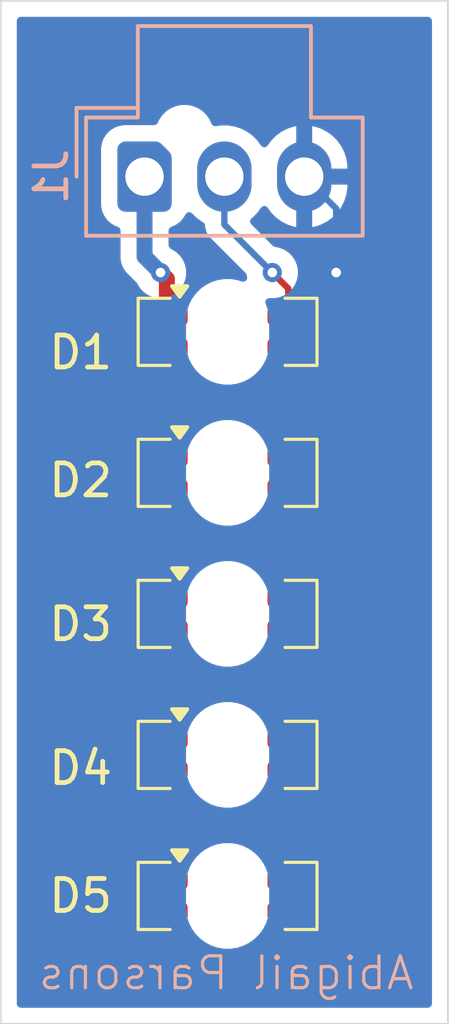
<source format=kicad_pcb>
(kicad_pcb (version 20241229) (generator "pcbnew") (generator_version "9.0")
  (layers (0 "F.Cu" signal) (2 "B.Cu" signal) (13 "F.Paste" user) (15 "B.Paste" user) (5 "F.SilkS" user "F.Silkscreen") (7 "B.SilkS" user "B.Silkscreen") (1 "F.Mask" user) (3 "B.Mask" user) (25 "Edge.Cuts" user))
  (net 0 "")
  (net 1 "Net-(D1-A2)")
  (net 2 "+5V")
  (net 3 "Net-(D1-K1)")
  (net 4 "GND")
  (net 5 "Net-(D2-K1)")
  (net 6 "Net-(D3-K1)")
  (net 7 "Net-(D4-K1)")
  (net 8 "/Do")
  (footprint "LED_SMD:LED_LiteOn_LTST-C235KGKRKT" (layer "F.Cu") (at 142.1 96)
    (property "Reference" "D5" (at -4.6 0 0) (layer "F.SilkS"))
    (property "Value" "LTST-C235KGKRKT")
    (fp_line (start -2.8 -1.05) (end -2.8 1.05) (stroke (width 0.1)) (layer "F.SilkS"))
    (fp_line (start -2.8 1.05) (end -1.8 1.05) (stroke (width 0.1)) (layer "F.SilkS"))
    (fp_line (start -1.8 -1.05) (end -2.8 -1.05) (stroke (width 0.1)) (layer "F.SilkS"))
    (fp_line (start 1.8 -1.05) (end 2.8 -1.05) (stroke (width 0.1)) (layer "F.SilkS"))
    (fp_line (start 2.8 -1.05) (end 2.8 1.05) (stroke (width 0.1)) (layer "F.SilkS"))
    (fp_line (start 2.8 1.05) (end 1.8 1.05) (stroke (width 0.1)) (layer "F.SilkS"))
    (fp_poly (pts (xy -1.5 -1.1) (xy -1.74 -1.43) (xy -1.26 -1.43) (xy -1.5 -1.1)) (stroke (width 0.12)) (fill yes) (layer "F.SilkS"))
    (pad "" np_thru_hole oval (at 0 0) (size 2.1 2.8) (drill oval 2.1 2.8) (layers "*.Cu" "*.Mask"))
    (pad "1" smd roundrect (at -1.9 -0.5 180) (size 1.3 0.6) (layers "F.Cu" "F.Mask" "F.Paste") (net 2 "+5V"))
    (pad "2" smd roundrect (at 1.9 -0.5 180) (size 1.3 0.6) (layers "F.Cu" "F.Mask" "F.Paste") (net 7 "Net-(D4-K1)"))
    (pad "3" smd roundrect (at 1.9 0.5 180) (size 1.3 0.6) (layers "F.Cu" "F.Mask" "F.Paste") (net 4 "GND"))
    (pad "4" smd roundrect (at -1.9 0.5 180) (size 1.3 0.6) (layers "F.Cu" "F.Mask" "F.Paste") (net 8 "/Do"))
  )
  (footprint "LED_SMD:LED_LiteOn_LTST-C235KGKRKT" (layer "F.Cu") (at 142.1 78.355008)
    (property "Reference" "D1" (at -4.6 0.644992 0) (layer "F.SilkS"))
    (property "Value" "LTST-C235KGKRKT")
    (fp_line (start -2.8 -1.05) (end -2.8 1.05) (stroke (width 0.1)) (layer "F.SilkS"))
    (fp_line (start -2.8 1.05) (end -1.8 1.05) (stroke (width 0.1)) (layer "F.SilkS"))
    (fp_line (start -1.8 -1.05) (end -2.8 -1.05) (stroke (width 0.1)) (layer "F.SilkS"))
    (fp_line (start 1.8 -1.05) (end 2.8 -1.05) (stroke (width 0.1)) (layer "F.SilkS"))
    (fp_line (start 2.8 -1.05) (end 2.8 1.05) (stroke (width 0.1)) (layer "F.SilkS"))
    (fp_line (start 2.8 1.05) (end 1.8 1.05) (stroke (width 0.1)) (layer "F.SilkS"))
    (fp_poly (pts (xy -1.5 -1.1) (xy -1.74 -1.43) (xy -1.26 -1.43) (xy -1.5 -1.1)) (stroke (width 0.12)) (fill yes) (layer "F.SilkS"))
    (pad "" np_thru_hole oval (at 0 0) (size 2.1 2.8) (drill oval 2.1 2.8) (layers "*.Cu" "*.Mask"))
    (pad "1" smd roundrect (at -1.9 -0.5 180) (size 1.3 0.6) (layers "F.Cu" "F.Mask" "F.Paste") (net 2 "+5V"))
    (pad "2" smd roundrect (at 1.9 -0.5 180) (size 1.3 0.6) (layers "F.Cu" "F.Mask" "F.Paste") (net 1 "Net-(D1-A2)"))
    (pad "3" smd roundrect (at 1.9 0.5 180) (size 1.3 0.6) (layers "F.Cu" "F.Mask" "F.Paste") (net 4 "GND"))
    (pad "4" smd roundrect (at -1.9 0.5 180) (size 1.3 0.6) (layers "F.Cu" "F.Mask" "F.Paste") (net 3 "Net-(D1-K1)"))
  )
  (footprint "LED_SMD:LED_LiteOn_LTST-C235KGKRKT" (layer "F.Cu") (at 142.1 87.177504)
    (property "Reference" "D3" (at -4.6 0.322496 0) (layer "F.SilkS"))
    (property "Value" "LTST-C235KGKRKT")
    (fp_line (start -2.8 -1.05) (end -2.8 1.05) (stroke (width 0.1)) (layer "F.SilkS"))
    (fp_line (start -2.8 1.05) (end -1.8 1.05) (stroke (width 0.1)) (layer "F.SilkS"))
    (fp_line (start -1.8 -1.05) (end -2.8 -1.05) (stroke (width 0.1)) (layer "F.SilkS"))
    (fp_line (start 1.8 -1.05) (end 2.8 -1.05) (stroke (width 0.1)) (layer "F.SilkS"))
    (fp_line (start 2.8 -1.05) (end 2.8 1.05) (stroke (width 0.1)) (layer "F.SilkS"))
    (fp_line (start 2.8 1.05) (end 1.8 1.05) (stroke (width 0.1)) (layer "F.SilkS"))
    (fp_poly (pts (xy -1.5 -1.1) (xy -1.74 -1.43) (xy -1.26 -1.43) (xy -1.5 -1.1)) (stroke (width 0.12)) (fill yes) (layer "F.SilkS"))
    (pad "" np_thru_hole oval (at 0 0) (size 2.1 2.8) (drill oval 2.1 2.8) (layers "*.Cu" "*.Mask"))
    (pad "1" smd roundrect (at -1.9 -0.5 180) (size 1.3 0.6) (layers "F.Cu" "F.Mask" "F.Paste") (net 2 "+5V"))
    (pad "2" smd roundrect (at 1.9 -0.5 180) (size 1.3 0.6) (layers "F.Cu" "F.Mask" "F.Paste") (net 5 "Net-(D2-K1)"))
    (pad "3" smd roundrect (at 1.9 0.5 180) (size 1.3 0.6) (layers "F.Cu" "F.Mask" "F.Paste") (net 4 "GND"))
    (pad "4" smd roundrect (at -1.9 0.5 180) (size 1.3 0.6) (layers "F.Cu" "F.Mask" "F.Paste") (net 6 "Net-(D3-K1)"))
  )
  (footprint "LED_SMD:LED_LiteOn_LTST-C235KGKRKT" (layer "F.Cu") (at 142.1 91.588752)
    (property "Reference" "D4" (at -4.6 0.411248 0) (layer "F.SilkS"))
    (property "Value" "LTST-C235KGKRKT")
    (fp_line (start -2.8 -1.05) (end -2.8 1.05) (stroke (width 0.1)) (layer "F.SilkS"))
    (fp_line (start -2.8 1.05) (end -1.8 1.05) (stroke (width 0.1)) (layer "F.SilkS"))
    (fp_line (start -1.8 -1.05) (end -2.8 -1.05) (stroke (width 0.1)) (layer "F.SilkS"))
    (fp_line (start 1.8 -1.05) (end 2.8 -1.05) (stroke (width 0.1)) (layer "F.SilkS"))
    (fp_line (start 2.8 -1.05) (end 2.8 1.05) (stroke (width 0.1)) (layer "F.SilkS"))
    (fp_line (start 2.8 1.05) (end 1.8 1.05) (stroke (width 0.1)) (layer "F.SilkS"))
    (fp_poly (pts (xy -1.5 -1.1) (xy -1.74 -1.43) (xy -1.26 -1.43) (xy -1.5 -1.1)) (stroke (width 0.12)) (fill yes) (layer "F.SilkS"))
    (pad "" np_thru_hole oval (at 0 0) (size 2.1 2.8) (drill oval 2.1 2.8) (layers "*.Cu" "*.Mask"))
    (pad "1" smd roundrect (at -1.9 -0.5 180) (size 1.3 0.6) (layers "F.Cu" "F.Mask" "F.Paste") (net 2 "+5V"))
    (pad "2" smd roundrect (at 1.9 -0.5 180) (size 1.3 0.6) (layers "F.Cu" "F.Mask" "F.Paste") (net 6 "Net-(D3-K1)"))
    (pad "3" smd roundrect (at 1.9 0.5 180) (size 1.3 0.6) (layers "F.Cu" "F.Mask" "F.Paste") (net 4 "GND"))
    (pad "4" smd roundrect (at -1.9 0.5 180) (size 1.3 0.6) (layers "F.Cu" "F.Mask" "F.Paste") (net 7 "Net-(D4-K1)"))
  )
  (footprint "LED_SMD:LED_LiteOn_LTST-C235KGKRKT" (layer "F.Cu") (at 142.1 82.766256)
    (property "Reference" "D2" (at -4.6 0.233744 0) (layer "F.SilkS"))
    (property "Value" "LTST-C235KGKRKT")
    (fp_line (start -2.8 -1.05) (end -2.8 1.05) (stroke (width 0.1)) (layer "F.SilkS"))
    (fp_line (start -2.8 1.05) (end -1.8 1.05) (stroke (width 0.1)) (layer "F.SilkS"))
    (fp_line (start -1.8 -1.05) (end -2.8 -1.05) (stroke (width 0.1)) (layer "F.SilkS"))
    (fp_line (start 1.8 -1.05) (end 2.8 -1.05) (stroke (width 0.1)) (layer "F.SilkS"))
    (fp_line (start 2.8 -1.05) (end 2.8 1.05) (stroke (width 0.1)) (layer "F.SilkS"))
    (fp_line (start 2.8 1.05) (end 1.8 1.05) (stroke (width 0.1)) (layer "F.SilkS"))
    (fp_poly (pts (xy -1.5 -1.1) (xy -1.74 -1.43) (xy -1.26 -1.43) (xy -1.5 -1.1)) (stroke (width 0.12)) (fill yes) (layer "F.SilkS"))
    (pad "" np_thru_hole oval (at 0 0) (size 2.1 2.8) (drill oval 2.1 2.8) (layers "*.Cu" "*.Mask"))
    (pad "1" smd roundrect (at -1.9 -0.5 180) (size 1.3 0.6) (layers "F.Cu" "F.Mask" "F.Paste") (net 2 "+5V"))
    (pad "2" smd roundrect (at 1.9 -0.5 180) (size 1.3 0.6) (layers "F.Cu" "F.Mask" "F.Paste") (net 3 "Net-(D1-K1)"))
    (pad "3" smd roundrect (at 1.9 0.5 180) (size 1.3 0.6) (layers "F.Cu" "F.Mask" "F.Paste") (net 4 "GND"))
    (pad "4" smd roundrect (at -1.9 0.5 180) (size 1.3 0.6) (layers "F.Cu" "F.Mask" "F.Paste") (net 5 "Net-(D2-K1)"))
  )
  (footprint "Connector_Molex:Molex_Nano-Fit_105309-xx03_1x03_P2.50mm_Vertical" (layer "B.Cu") (at 139.5 73.5 -90)
    (property "Reference" "J1" (at 0 2.92 90) (layer "B.SilkS") (effects (justify mirror)))
    (property "Value" "Conn_01x03")
    (fp_line (start -2.15 2.13) (end -2.15 0.21) (stroke (width 0.12)) (layer "B.SilkS"))
    (fp_line (start 0 2.13) (end -2.15 2.13) (stroke (width 0.12)) (layer "B.SilkS"))
    (fp_line (start -1.85 1.83) (end -1.85 0.21) (stroke (width 0.12)) (layer "B.SilkS"))
    (fp_line (start 1.85 1.83) (end -1.85 1.83) (stroke (width 0.12)) (layer "B.SilkS"))
    (fp_line (start -4.71 0.21) (end -4.71 -2.5) (stroke (width 0.12)) (layer "B.SilkS"))
    (fp_line (start -1.85 0.21) (end -4.71 0.21) (stroke (width 0.12)) (layer "B.SilkS"))
    (fp_line (start 1.85 -2.5) (end 1.85 1.83) (stroke (width 0.12)) (layer "B.SilkS"))
    (fp_line (start 1.85 -2.5) (end 1.85 -6.83) (stroke (width 0.12)) (layer "B.SilkS"))
    (fp_line (start -4.71 -5.21) (end -4.71 -2.5) (stroke (width 0.12)) (layer "B.SilkS"))
    (fp_line (start -1.85 -5.21) (end -4.71 -5.21) (stroke (width 0.12)) (layer "B.SilkS"))
    (fp_line (start -1.85 -6.83) (end -1.85 -5.21) (stroke (width 0.12)) (layer "B.SilkS"))
    (fp_line (start 1.85 -6.83) (end -1.85 -6.83) (stroke (width 0.12)) (layer "B.SilkS"))
    (pad "" np_thru_hole circle (at -1.34 -1.25 270) (size 1.3 1.3) (drill 1.3) (layers "*.Cu" "*.Mask"))
    (pad "1" thru_hole custom (at 0 0 270) (size 1.417157 1.417157) (drill 1.2) (layers "*.Cu" "*.Mask") (net 2 "+5V") (options (clearance outline) (anchor circle)) (primitives (gr_poly (pts (xy -0.85 0.6) (xy 0.85 0.6) (xy 0.85 -0.6) (xy -0.596447 -0.6) (xy -0.85 -0.346447)) (width 0.5) (fill yes))))
    (pad "2" thru_hole oval (at 0 -2.5 270) (size 2.2 1.7) (drill 1.2) (layers "*.Cu" "*.Mask") (net 1 "Net-(D1-A2)"))
    (pad "3" thru_hole oval (at 0 -5 270) (size 2.2 1.7) (drill 1.2) (layers "*.Cu" "*.Mask") (net 4 "GND"))
  )
  (gr_rect (start 135 68) (end 149 100) (stroke (width 0.05)) (fill no) (layer "Edge.Cuts"))
  (gr_text "Abigail Parsons\n" (at 148 99 0) (layer "B.SilkS") (effects (font (size 1 1) (thickness 0.1)) (justify left bottom mirror)))
  (segment (start 144 77) (end 143.5 76.5) (width 0.2) (layer "F.Cu") (net 1))
  (segment (start 144 77.855008) (end 144 77) (width 0.2) (layer "F.Cu") (net 1))
  (via (at 143.5 76.5) (size 0.6) (drill 0.3) (layers "F.Cu" "B.Cu") (net 1))
  (segment (start 142 75) (end 142 73.5) (width 0.2) (layer "B.Cu") (net 1))
  (segment (start 143.5 76.5) (end 142 75) (width 0.2) (layer "B.Cu") (net 1))
  (segment (start 138.5 95) (end 139 95.5) (width 0.5) (layer "F.Cu") (net 2))
  (segment (start 139 89.888752) (end 140.2 91.088752) (width 0.5) (layer "F.Cu") (net 2))
  (segment (start 139.099 82.863156) (end 139.099 85.576504) (width 0.5) (layer "F.Cu") (net 2))
  (segment (start 138.5 92.284652) (end 138.5 95) (width 0.5) (layer "F.Cu") (net 2))
  (segment (start 140.2 76.7) (end 140.2 77.855008) (width 0.5) (layer "F.Cu") (net 2))
  (segment (start 139.099 85.576504) (end 140.2 86.677504) (width 0.5) (layer "F.Cu") (net 2))
  (segment (start 140.2 91.088752) (end 139.6959 91.088752) (width 0.5) (layer "F.Cu") (net 2))
  (segment (start 139.6959 91.088752) (end 138.5 92.284652) (width 0.5) (layer "F.Cu") (net 2))
  (segment (start 139.550001 86.677504) (end 139 87.227505) (width 0.5) (layer "F.Cu") (net 2))
  (segment (start 140.2 82.266256) (end 139.6959 82.266256) (width 0.5) (layer "F.Cu") (net 2))
  (segment (start 139.099 78.451908) (end 139.099 81.165256) (width 0.5) (layer "F.Cu") (net 2))
  (segment (start 140 76.5) (end 140.2 76.7) (width 0.5) (layer "F.Cu") (net 2))
  (segment (start 139.6959 82.266256) (end 139.099 82.863156) (width 0.5) (layer "F.Cu") (net 2))
  (segment (start 139 87.227505) (end 139 89.888752) (width 0.5) (layer "F.Cu") (net 2))
  (segment (start 139.6959 77.855008) (end 139.099 78.451908) (width 0.5) (layer "F.Cu") (net 2))
  (segment (start 140.2 86.677504) (end 139.550001 86.677504) (width 0.5) (layer "F.Cu") (net 2))
  (segment (start 139.099 81.165256) (end 140.2 82.266256) (width 0.5) (layer "F.Cu") (net 2))
  (segment (start 139 95.5) (end 140.2 95.5) (width 0.5) (layer "F.Cu") (net 2))
  (segment (start 140.2 77.855008) (end 139.6959 77.855008) (width 0.5) (layer "F.Cu") (net 2))
  (via (at 140 76.5) (size 0.6) (drill 0.3) (layers "F.Cu" "B.Cu") (net 2))
  (segment (start 139.5 76) (end 139.5 73.5) (width 0.5) (layer "B.Cu") (net 2))
  (segment (start 140 76.5) (end 139.5 76) (width 0.5) (layer "B.Cu") (net 2))
  (segment (start 140.2 78.855008) (end 140.2 79.155007) (width 0.2) (layer "F.Cu") (net 3))
  (segment (start 144 81.966257) (end 144 82.266256) (width 0.2) (layer "F.Cu") (net 3))
  (segment (start 140.2 79.155007) (end 141.544993 80.5) (width 0.2) (layer "F.Cu") (net 3))
  (segment (start 141.544993 80.5) (end 142.533743 80.5) (width 0.2) (layer "F.Cu") (net 3))
  (segment (start 142.533743 80.5) (end 144 81.966257) (width 0.2) (layer "F.Cu") (net 3))
  (segment (start 144.649999 87.677504) (end 144 87.677504) (width 0.2) (layer "F.Cu") (net 4))
  (segment (start 144.951 79.806008) (end 144.951 82.965255) (width 0.2) (layer "F.Cu") (net 4))
  (segment (start 144 87.677504) (end 144.951 88.628504) (width 0.2) (layer "F.Cu") (net 4))
  (segment (start 145.5 78.005007) (end 145.5 76.5) (width 0.2) (layer "F.Cu") (net 4))
  (segment (start 144.951 84.217256) (end 144.951 87.376503) (width 0.2) (layer "F.Cu") (net 4))
  (segment (start 144 92.088752) (end 144.951 93.039752) (width 0.2) (layer "F.Cu") (net 4))
  (segment (start 144 83.266256) (end 144.951 84.217256) (width 0.2) (layer "F.Cu") (net 4))
  (segment (start 144.649999 96.5) (end 144 96.5) (width 0.2) (layer "F.Cu") (net 4))
  (segment (start 144.951 88.628504) (end 144.951 91.787751) (width 0.2) (layer "F.Cu") (net 4))
  (segment (start 144.951 91.787751) (end 144.649999 92.088752) (width 0.2) (layer "F.Cu") (net 4))
  (segment (start 144.951 87.376503) (end 144.649999 87.677504) (width 0.2) (layer "F.Cu") (net 4))
  (segment (start 144.951 96.198999) (end 144.649999 96.5) (width 0.2) (layer "F.Cu") (net 4))
  (segment (start 144.649999 78.855008) (end 145.5 78.005007) (width 0.2) (layer "F.Cu") (net 4))
  (segment (start 144.951 93.039752) (end 144.951 96.198999) (width 0.2) (layer "F.Cu") (net 4))
  (segment (start 144.649999 83.266256) (end 144 83.266256) (width 0.2) (layer "F.Cu") (net 4))
  (segment (start 144.649999 78.855008) (end 144 78.855008) (width 0.2) (layer "F.Cu") (net 4))
  (segment (start 144 78.855008) (end 144.951 79.806008) (width 0.2) (layer "F.Cu") (net 4))
  (segment (start 144.649999 92.088752) (end 144 92.088752) (width 0.2) (layer "F.Cu") (net 4))
  (segment (start 144.951 82.965255) (end 144.649999 83.266256) (width 0.2) (layer "F.Cu") (net 4))
  (via (at 145.5 76.5) (size 0.6) (drill 0.3) (layers "F.Cu" "B.Cu") (net 4))
  (segment (start 145.5 74.5) (end 144.5 73.5) (width 0.2) (layer "B.Cu") (net 4))
  (segment (start 145.5 76.5) (end 145.5 74.5) (width 0.2) (layer "B.Cu") (net 4))
  (segment (start 140.2 83.566255) (end 141.633745 85) (width 0.2) (layer "F.Cu") (net 5))
  (segment (start 141.633745 85) (end 142.622495 85) (width 0.2) (layer "F.Cu") (net 5))
  (segment (start 142.622495 85) (end 144 86.377505) (width 0.2) (layer "F.Cu") (net 5))
  (segment (start 140.2 83.266256) (end 140.2 83.566255) (width 0.2) (layer "F.Cu") (net 5))
  (segment (start 144 86.377505) (end 144 86.677504) (width 0.2) (layer "F.Cu") (net 5))
  (segment (start 144 90.803885) (end 144 91.088752) (width 0.2) (layer "F.Cu") (net 6))
  (segment (start 140.2 87.677504) (end 140.2 87.977503) (width 0.2) (layer "F.Cu") (net 6))
  (segment (start 140.2 87.977503) (end 141.810249 89.587752) (width 0.2) (layer "F.Cu") (net 6))
  (segment (start 142.783867 89.587752) (end 144 90.803885) (width 0.2) (layer "F.Cu") (net 6))
  (segment (start 141.810249 89.587752) (end 142.783867 89.587752) (width 0.2) (layer "F.Cu") (net 6))
  (segment (start 140.999 93.999) (end 142.798999 93.999) (width 0.2) (layer "F.Cu") (net 7))
  (segment (start 140.2 93.2) (end 140.999 93.999) (width 0.2) (layer "F.Cu") (net 7))
  (segment (start 142.798999 93.999) (end 144 95.200001) (width 0.2) (layer "F.Cu") (net 7))
  (segment (start 144 95.200001) (end 144 95.5) (width 0.2) (layer "F.Cu") (net 7))
  (segment (start 140.2 92.088752) (end 140.2 93.2) (width 0.2) (layer "F.Cu") (net 7))
  (zone (net 4) (net_name "GND") (layer "B.Cu") (connect_pads (clearance 0.5)) (min_thickness 0.25) (fill yes (thermal_gap 0.5) (thermal_bridge_width 0.5))
    (polygon (pts (xy 135 68) (xy 149 68) (xy 149 100) (xy 135 100)))
  )
)
</source>
